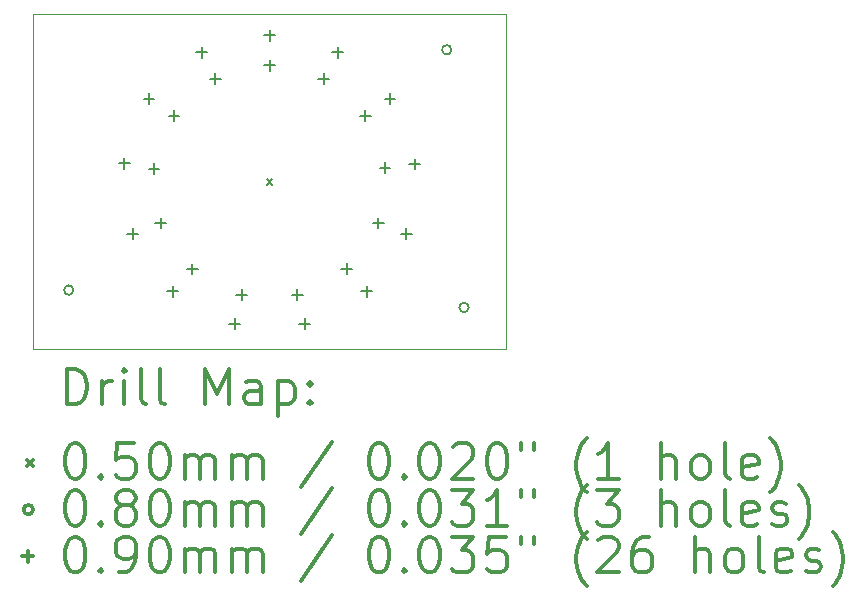
<source format=gbr>
%FSLAX45Y45*%
G04 Gerber Fmt 4.5, Leading zero omitted, Abs format (unit mm)*
G04 Created by KiCad (PCBNEW (5.1.5)-3) date 2020-05-18 23:05:06*
%MOMM*%
%LPD*%
G04 APERTURE LIST*
%TA.AperFunction,Profile*%
%ADD10C,0.050000*%
%TD*%
%ADD11C,0.200000*%
%ADD12C,0.300000*%
G04 APERTURE END LIST*
D10*
X12000000Y-8582895D02*
X8000000Y-8582895D01*
X12000000Y-8582895D02*
X12000000Y-11417110D01*
X8000000Y-11417110D02*
X12000000Y-11417110D01*
X8000000Y-8582895D02*
X8000000Y-11417110D01*
D11*
X9975000Y-9975000D02*
X10025000Y-10025000D01*
X10025000Y-9975000D02*
X9975000Y-10025000D01*
X8340000Y-10917110D02*
G75*
G03X8340000Y-10917110I-40000J0D01*
G01*
X11686447Y-11063557D02*
G75*
G03X11686447Y-11063557I-40000J0D01*
G01*
X11540000Y-8882895D02*
G75*
G03X11540000Y-8882895I-40000J0D01*
G01*
X10920547Y-10304041D02*
X10920547Y-10394041D01*
X10875547Y-10349041D02*
X10965547Y-10349041D01*
X11157993Y-10394239D02*
X11157993Y-10484239D01*
X11112993Y-10439239D02*
X11202993Y-10439239D01*
X10000000Y-8716500D02*
X10000000Y-8806500D01*
X9955000Y-8761500D02*
X10045000Y-8761500D01*
X10000000Y-8970500D02*
X10000000Y-9060500D01*
X9955000Y-9015500D02*
X10045000Y-9015500D01*
X10977320Y-9836277D02*
X10977320Y-9926277D01*
X10932320Y-9881277D02*
X11022320Y-9881277D01*
X11229480Y-9805763D02*
X11229480Y-9895763D01*
X11184480Y-9850763D02*
X11274480Y-9850763D01*
X10235491Y-10910919D02*
X10235491Y-11000919D01*
X10190491Y-10955919D02*
X10280491Y-10955919D01*
X10296509Y-11157481D02*
X10296509Y-11247481D01*
X10251509Y-11202481D02*
X10341509Y-11202481D01*
X9424425Y-8858375D02*
X9424425Y-8948375D01*
X9379425Y-8903375D02*
X9469425Y-8903375D01*
X9542495Y-9083265D02*
X9542495Y-9173265D01*
X9497495Y-9128265D02*
X9587495Y-9128265D01*
X10810212Y-9395716D02*
X10810212Y-9485716D01*
X10765212Y-9440716D02*
X10855212Y-9440716D01*
X11019288Y-9251484D02*
X11019288Y-9341484D01*
X10974288Y-9296484D02*
X11064288Y-9296484D01*
X10457505Y-9083265D02*
X10457505Y-9173265D01*
X10412505Y-9128265D02*
X10502505Y-9128265D01*
X10575575Y-8858375D02*
X10575575Y-8948375D01*
X10530575Y-8903375D02*
X10620575Y-8903375D01*
X8771491Y-9799185D02*
X8771491Y-9889185D01*
X8726491Y-9844185D02*
X8816491Y-9844185D01*
X9021709Y-9842855D02*
X9021709Y-9932855D01*
X8976709Y-9887855D02*
X9066709Y-9887855D01*
X9178787Y-10883087D02*
X9178787Y-10973087D01*
X9133787Y-10928087D02*
X9223787Y-10928087D01*
X9347093Y-10692853D02*
X9347093Y-10782853D01*
X9302093Y-10737853D02*
X9392093Y-10737853D01*
X10652907Y-10691853D02*
X10652907Y-10781853D01*
X10607907Y-10736853D02*
X10697907Y-10736853D01*
X10821213Y-10882087D02*
X10821213Y-10972087D01*
X10776213Y-10927087D02*
X10866213Y-10927087D01*
X8980712Y-9251484D02*
X8980712Y-9341484D01*
X8935712Y-9296484D02*
X9025712Y-9296484D01*
X9189788Y-9395716D02*
X9189788Y-9485716D01*
X9144788Y-9440716D02*
X9234788Y-9440716D01*
X8842007Y-10394239D02*
X8842007Y-10484239D01*
X8797007Y-10439239D02*
X8887007Y-10439239D01*
X9079453Y-10304041D02*
X9079453Y-10394041D01*
X9034453Y-10349041D02*
X9124453Y-10349041D01*
X9703706Y-11157534D02*
X9703706Y-11247534D01*
X9658706Y-11202534D02*
X9748706Y-11202534D01*
X9764294Y-10910866D02*
X9764294Y-11000866D01*
X9719294Y-10955866D02*
X9809294Y-10955866D01*
D12*
X8283928Y-11885324D02*
X8283928Y-11585324D01*
X8355357Y-11585324D01*
X8398214Y-11599610D01*
X8426786Y-11628181D01*
X8441071Y-11656753D01*
X8455357Y-11713896D01*
X8455357Y-11756753D01*
X8441071Y-11813896D01*
X8426786Y-11842467D01*
X8398214Y-11871039D01*
X8355357Y-11885324D01*
X8283928Y-11885324D01*
X8583928Y-11885324D02*
X8583928Y-11685324D01*
X8583928Y-11742467D02*
X8598214Y-11713896D01*
X8612500Y-11699610D01*
X8641071Y-11685324D01*
X8669643Y-11685324D01*
X8769643Y-11885324D02*
X8769643Y-11685324D01*
X8769643Y-11585324D02*
X8755357Y-11599610D01*
X8769643Y-11613896D01*
X8783928Y-11599610D01*
X8769643Y-11585324D01*
X8769643Y-11613896D01*
X8955357Y-11885324D02*
X8926786Y-11871039D01*
X8912500Y-11842467D01*
X8912500Y-11585324D01*
X9112500Y-11885324D02*
X9083928Y-11871039D01*
X9069643Y-11842467D01*
X9069643Y-11585324D01*
X9455357Y-11885324D02*
X9455357Y-11585324D01*
X9555357Y-11799610D01*
X9655357Y-11585324D01*
X9655357Y-11885324D01*
X9926786Y-11885324D02*
X9926786Y-11728181D01*
X9912500Y-11699610D01*
X9883928Y-11685324D01*
X9826786Y-11685324D01*
X9798214Y-11699610D01*
X9926786Y-11871039D02*
X9898214Y-11885324D01*
X9826786Y-11885324D01*
X9798214Y-11871039D01*
X9783928Y-11842467D01*
X9783928Y-11813896D01*
X9798214Y-11785324D01*
X9826786Y-11771039D01*
X9898214Y-11771039D01*
X9926786Y-11756753D01*
X10069643Y-11685324D02*
X10069643Y-11985324D01*
X10069643Y-11699610D02*
X10098214Y-11685324D01*
X10155357Y-11685324D01*
X10183928Y-11699610D01*
X10198214Y-11713896D01*
X10212500Y-11742467D01*
X10212500Y-11828181D01*
X10198214Y-11856753D01*
X10183928Y-11871039D01*
X10155357Y-11885324D01*
X10098214Y-11885324D01*
X10069643Y-11871039D01*
X10341071Y-11856753D02*
X10355357Y-11871039D01*
X10341071Y-11885324D01*
X10326786Y-11871039D01*
X10341071Y-11856753D01*
X10341071Y-11885324D01*
X10341071Y-11699610D02*
X10355357Y-11713896D01*
X10341071Y-11728181D01*
X10326786Y-11713896D01*
X10341071Y-11699610D01*
X10341071Y-11728181D01*
X7947500Y-12354610D02*
X7997500Y-12404610D01*
X7997500Y-12354610D02*
X7947500Y-12404610D01*
X8341071Y-12215324D02*
X8369643Y-12215324D01*
X8398214Y-12229610D01*
X8412500Y-12243896D01*
X8426786Y-12272467D01*
X8441071Y-12329610D01*
X8441071Y-12401039D01*
X8426786Y-12458181D01*
X8412500Y-12486753D01*
X8398214Y-12501039D01*
X8369643Y-12515324D01*
X8341071Y-12515324D01*
X8312500Y-12501039D01*
X8298214Y-12486753D01*
X8283928Y-12458181D01*
X8269643Y-12401039D01*
X8269643Y-12329610D01*
X8283928Y-12272467D01*
X8298214Y-12243896D01*
X8312500Y-12229610D01*
X8341071Y-12215324D01*
X8569643Y-12486753D02*
X8583928Y-12501039D01*
X8569643Y-12515324D01*
X8555357Y-12501039D01*
X8569643Y-12486753D01*
X8569643Y-12515324D01*
X8855357Y-12215324D02*
X8712500Y-12215324D01*
X8698214Y-12358181D01*
X8712500Y-12343896D01*
X8741071Y-12329610D01*
X8812500Y-12329610D01*
X8841071Y-12343896D01*
X8855357Y-12358181D01*
X8869643Y-12386753D01*
X8869643Y-12458181D01*
X8855357Y-12486753D01*
X8841071Y-12501039D01*
X8812500Y-12515324D01*
X8741071Y-12515324D01*
X8712500Y-12501039D01*
X8698214Y-12486753D01*
X9055357Y-12215324D02*
X9083928Y-12215324D01*
X9112500Y-12229610D01*
X9126786Y-12243896D01*
X9141071Y-12272467D01*
X9155357Y-12329610D01*
X9155357Y-12401039D01*
X9141071Y-12458181D01*
X9126786Y-12486753D01*
X9112500Y-12501039D01*
X9083928Y-12515324D01*
X9055357Y-12515324D01*
X9026786Y-12501039D01*
X9012500Y-12486753D01*
X8998214Y-12458181D01*
X8983928Y-12401039D01*
X8983928Y-12329610D01*
X8998214Y-12272467D01*
X9012500Y-12243896D01*
X9026786Y-12229610D01*
X9055357Y-12215324D01*
X9283928Y-12515324D02*
X9283928Y-12315324D01*
X9283928Y-12343896D02*
X9298214Y-12329610D01*
X9326786Y-12315324D01*
X9369643Y-12315324D01*
X9398214Y-12329610D01*
X9412500Y-12358181D01*
X9412500Y-12515324D01*
X9412500Y-12358181D02*
X9426786Y-12329610D01*
X9455357Y-12315324D01*
X9498214Y-12315324D01*
X9526786Y-12329610D01*
X9541071Y-12358181D01*
X9541071Y-12515324D01*
X9683928Y-12515324D02*
X9683928Y-12315324D01*
X9683928Y-12343896D02*
X9698214Y-12329610D01*
X9726786Y-12315324D01*
X9769643Y-12315324D01*
X9798214Y-12329610D01*
X9812500Y-12358181D01*
X9812500Y-12515324D01*
X9812500Y-12358181D02*
X9826786Y-12329610D01*
X9855357Y-12315324D01*
X9898214Y-12315324D01*
X9926786Y-12329610D01*
X9941071Y-12358181D01*
X9941071Y-12515324D01*
X10526786Y-12201039D02*
X10269643Y-12586753D01*
X10912500Y-12215324D02*
X10941071Y-12215324D01*
X10969643Y-12229610D01*
X10983928Y-12243896D01*
X10998214Y-12272467D01*
X11012500Y-12329610D01*
X11012500Y-12401039D01*
X10998214Y-12458181D01*
X10983928Y-12486753D01*
X10969643Y-12501039D01*
X10941071Y-12515324D01*
X10912500Y-12515324D01*
X10883928Y-12501039D01*
X10869643Y-12486753D01*
X10855357Y-12458181D01*
X10841071Y-12401039D01*
X10841071Y-12329610D01*
X10855357Y-12272467D01*
X10869643Y-12243896D01*
X10883928Y-12229610D01*
X10912500Y-12215324D01*
X11141071Y-12486753D02*
X11155357Y-12501039D01*
X11141071Y-12515324D01*
X11126786Y-12501039D01*
X11141071Y-12486753D01*
X11141071Y-12515324D01*
X11341071Y-12215324D02*
X11369643Y-12215324D01*
X11398214Y-12229610D01*
X11412500Y-12243896D01*
X11426786Y-12272467D01*
X11441071Y-12329610D01*
X11441071Y-12401039D01*
X11426786Y-12458181D01*
X11412500Y-12486753D01*
X11398214Y-12501039D01*
X11369643Y-12515324D01*
X11341071Y-12515324D01*
X11312500Y-12501039D01*
X11298214Y-12486753D01*
X11283928Y-12458181D01*
X11269643Y-12401039D01*
X11269643Y-12329610D01*
X11283928Y-12272467D01*
X11298214Y-12243896D01*
X11312500Y-12229610D01*
X11341071Y-12215324D01*
X11555357Y-12243896D02*
X11569643Y-12229610D01*
X11598214Y-12215324D01*
X11669643Y-12215324D01*
X11698214Y-12229610D01*
X11712500Y-12243896D01*
X11726786Y-12272467D01*
X11726786Y-12301039D01*
X11712500Y-12343896D01*
X11541071Y-12515324D01*
X11726786Y-12515324D01*
X11912500Y-12215324D02*
X11941071Y-12215324D01*
X11969643Y-12229610D01*
X11983928Y-12243896D01*
X11998214Y-12272467D01*
X12012500Y-12329610D01*
X12012500Y-12401039D01*
X11998214Y-12458181D01*
X11983928Y-12486753D01*
X11969643Y-12501039D01*
X11941071Y-12515324D01*
X11912500Y-12515324D01*
X11883928Y-12501039D01*
X11869643Y-12486753D01*
X11855357Y-12458181D01*
X11841071Y-12401039D01*
X11841071Y-12329610D01*
X11855357Y-12272467D01*
X11869643Y-12243896D01*
X11883928Y-12229610D01*
X11912500Y-12215324D01*
X12126786Y-12215324D02*
X12126786Y-12272467D01*
X12241071Y-12215324D02*
X12241071Y-12272467D01*
X12683928Y-12629610D02*
X12669643Y-12615324D01*
X12641071Y-12572467D01*
X12626786Y-12543896D01*
X12612500Y-12501039D01*
X12598214Y-12429610D01*
X12598214Y-12372467D01*
X12612500Y-12301039D01*
X12626786Y-12258181D01*
X12641071Y-12229610D01*
X12669643Y-12186753D01*
X12683928Y-12172467D01*
X12955357Y-12515324D02*
X12783928Y-12515324D01*
X12869643Y-12515324D02*
X12869643Y-12215324D01*
X12841071Y-12258181D01*
X12812500Y-12286753D01*
X12783928Y-12301039D01*
X13312500Y-12515324D02*
X13312500Y-12215324D01*
X13441071Y-12515324D02*
X13441071Y-12358181D01*
X13426786Y-12329610D01*
X13398214Y-12315324D01*
X13355357Y-12315324D01*
X13326786Y-12329610D01*
X13312500Y-12343896D01*
X13626786Y-12515324D02*
X13598214Y-12501039D01*
X13583928Y-12486753D01*
X13569643Y-12458181D01*
X13569643Y-12372467D01*
X13583928Y-12343896D01*
X13598214Y-12329610D01*
X13626786Y-12315324D01*
X13669643Y-12315324D01*
X13698214Y-12329610D01*
X13712500Y-12343896D01*
X13726786Y-12372467D01*
X13726786Y-12458181D01*
X13712500Y-12486753D01*
X13698214Y-12501039D01*
X13669643Y-12515324D01*
X13626786Y-12515324D01*
X13898214Y-12515324D02*
X13869643Y-12501039D01*
X13855357Y-12472467D01*
X13855357Y-12215324D01*
X14126786Y-12501039D02*
X14098214Y-12515324D01*
X14041071Y-12515324D01*
X14012500Y-12501039D01*
X13998214Y-12472467D01*
X13998214Y-12358181D01*
X14012500Y-12329610D01*
X14041071Y-12315324D01*
X14098214Y-12315324D01*
X14126786Y-12329610D01*
X14141071Y-12358181D01*
X14141071Y-12386753D01*
X13998214Y-12415324D01*
X14241071Y-12629610D02*
X14255357Y-12615324D01*
X14283928Y-12572467D01*
X14298214Y-12543896D01*
X14312500Y-12501039D01*
X14326786Y-12429610D01*
X14326786Y-12372467D01*
X14312500Y-12301039D01*
X14298214Y-12258181D01*
X14283928Y-12229610D01*
X14255357Y-12186753D01*
X14241071Y-12172467D01*
X7997500Y-12775610D02*
G75*
G03X7997500Y-12775610I-40000J0D01*
G01*
X8341071Y-12611324D02*
X8369643Y-12611324D01*
X8398214Y-12625610D01*
X8412500Y-12639896D01*
X8426786Y-12668467D01*
X8441071Y-12725610D01*
X8441071Y-12797039D01*
X8426786Y-12854181D01*
X8412500Y-12882753D01*
X8398214Y-12897039D01*
X8369643Y-12911324D01*
X8341071Y-12911324D01*
X8312500Y-12897039D01*
X8298214Y-12882753D01*
X8283928Y-12854181D01*
X8269643Y-12797039D01*
X8269643Y-12725610D01*
X8283928Y-12668467D01*
X8298214Y-12639896D01*
X8312500Y-12625610D01*
X8341071Y-12611324D01*
X8569643Y-12882753D02*
X8583928Y-12897039D01*
X8569643Y-12911324D01*
X8555357Y-12897039D01*
X8569643Y-12882753D01*
X8569643Y-12911324D01*
X8755357Y-12739896D02*
X8726786Y-12725610D01*
X8712500Y-12711324D01*
X8698214Y-12682753D01*
X8698214Y-12668467D01*
X8712500Y-12639896D01*
X8726786Y-12625610D01*
X8755357Y-12611324D01*
X8812500Y-12611324D01*
X8841071Y-12625610D01*
X8855357Y-12639896D01*
X8869643Y-12668467D01*
X8869643Y-12682753D01*
X8855357Y-12711324D01*
X8841071Y-12725610D01*
X8812500Y-12739896D01*
X8755357Y-12739896D01*
X8726786Y-12754181D01*
X8712500Y-12768467D01*
X8698214Y-12797039D01*
X8698214Y-12854181D01*
X8712500Y-12882753D01*
X8726786Y-12897039D01*
X8755357Y-12911324D01*
X8812500Y-12911324D01*
X8841071Y-12897039D01*
X8855357Y-12882753D01*
X8869643Y-12854181D01*
X8869643Y-12797039D01*
X8855357Y-12768467D01*
X8841071Y-12754181D01*
X8812500Y-12739896D01*
X9055357Y-12611324D02*
X9083928Y-12611324D01*
X9112500Y-12625610D01*
X9126786Y-12639896D01*
X9141071Y-12668467D01*
X9155357Y-12725610D01*
X9155357Y-12797039D01*
X9141071Y-12854181D01*
X9126786Y-12882753D01*
X9112500Y-12897039D01*
X9083928Y-12911324D01*
X9055357Y-12911324D01*
X9026786Y-12897039D01*
X9012500Y-12882753D01*
X8998214Y-12854181D01*
X8983928Y-12797039D01*
X8983928Y-12725610D01*
X8998214Y-12668467D01*
X9012500Y-12639896D01*
X9026786Y-12625610D01*
X9055357Y-12611324D01*
X9283928Y-12911324D02*
X9283928Y-12711324D01*
X9283928Y-12739896D02*
X9298214Y-12725610D01*
X9326786Y-12711324D01*
X9369643Y-12711324D01*
X9398214Y-12725610D01*
X9412500Y-12754181D01*
X9412500Y-12911324D01*
X9412500Y-12754181D02*
X9426786Y-12725610D01*
X9455357Y-12711324D01*
X9498214Y-12711324D01*
X9526786Y-12725610D01*
X9541071Y-12754181D01*
X9541071Y-12911324D01*
X9683928Y-12911324D02*
X9683928Y-12711324D01*
X9683928Y-12739896D02*
X9698214Y-12725610D01*
X9726786Y-12711324D01*
X9769643Y-12711324D01*
X9798214Y-12725610D01*
X9812500Y-12754181D01*
X9812500Y-12911324D01*
X9812500Y-12754181D02*
X9826786Y-12725610D01*
X9855357Y-12711324D01*
X9898214Y-12711324D01*
X9926786Y-12725610D01*
X9941071Y-12754181D01*
X9941071Y-12911324D01*
X10526786Y-12597039D02*
X10269643Y-12982753D01*
X10912500Y-12611324D02*
X10941071Y-12611324D01*
X10969643Y-12625610D01*
X10983928Y-12639896D01*
X10998214Y-12668467D01*
X11012500Y-12725610D01*
X11012500Y-12797039D01*
X10998214Y-12854181D01*
X10983928Y-12882753D01*
X10969643Y-12897039D01*
X10941071Y-12911324D01*
X10912500Y-12911324D01*
X10883928Y-12897039D01*
X10869643Y-12882753D01*
X10855357Y-12854181D01*
X10841071Y-12797039D01*
X10841071Y-12725610D01*
X10855357Y-12668467D01*
X10869643Y-12639896D01*
X10883928Y-12625610D01*
X10912500Y-12611324D01*
X11141071Y-12882753D02*
X11155357Y-12897039D01*
X11141071Y-12911324D01*
X11126786Y-12897039D01*
X11141071Y-12882753D01*
X11141071Y-12911324D01*
X11341071Y-12611324D02*
X11369643Y-12611324D01*
X11398214Y-12625610D01*
X11412500Y-12639896D01*
X11426786Y-12668467D01*
X11441071Y-12725610D01*
X11441071Y-12797039D01*
X11426786Y-12854181D01*
X11412500Y-12882753D01*
X11398214Y-12897039D01*
X11369643Y-12911324D01*
X11341071Y-12911324D01*
X11312500Y-12897039D01*
X11298214Y-12882753D01*
X11283928Y-12854181D01*
X11269643Y-12797039D01*
X11269643Y-12725610D01*
X11283928Y-12668467D01*
X11298214Y-12639896D01*
X11312500Y-12625610D01*
X11341071Y-12611324D01*
X11541071Y-12611324D02*
X11726786Y-12611324D01*
X11626786Y-12725610D01*
X11669643Y-12725610D01*
X11698214Y-12739896D01*
X11712500Y-12754181D01*
X11726786Y-12782753D01*
X11726786Y-12854181D01*
X11712500Y-12882753D01*
X11698214Y-12897039D01*
X11669643Y-12911324D01*
X11583928Y-12911324D01*
X11555357Y-12897039D01*
X11541071Y-12882753D01*
X12012500Y-12911324D02*
X11841071Y-12911324D01*
X11926786Y-12911324D02*
X11926786Y-12611324D01*
X11898214Y-12654181D01*
X11869643Y-12682753D01*
X11841071Y-12697039D01*
X12126786Y-12611324D02*
X12126786Y-12668467D01*
X12241071Y-12611324D02*
X12241071Y-12668467D01*
X12683928Y-13025610D02*
X12669643Y-13011324D01*
X12641071Y-12968467D01*
X12626786Y-12939896D01*
X12612500Y-12897039D01*
X12598214Y-12825610D01*
X12598214Y-12768467D01*
X12612500Y-12697039D01*
X12626786Y-12654181D01*
X12641071Y-12625610D01*
X12669643Y-12582753D01*
X12683928Y-12568467D01*
X12769643Y-12611324D02*
X12955357Y-12611324D01*
X12855357Y-12725610D01*
X12898214Y-12725610D01*
X12926786Y-12739896D01*
X12941071Y-12754181D01*
X12955357Y-12782753D01*
X12955357Y-12854181D01*
X12941071Y-12882753D01*
X12926786Y-12897039D01*
X12898214Y-12911324D01*
X12812500Y-12911324D01*
X12783928Y-12897039D01*
X12769643Y-12882753D01*
X13312500Y-12911324D02*
X13312500Y-12611324D01*
X13441071Y-12911324D02*
X13441071Y-12754181D01*
X13426786Y-12725610D01*
X13398214Y-12711324D01*
X13355357Y-12711324D01*
X13326786Y-12725610D01*
X13312500Y-12739896D01*
X13626786Y-12911324D02*
X13598214Y-12897039D01*
X13583928Y-12882753D01*
X13569643Y-12854181D01*
X13569643Y-12768467D01*
X13583928Y-12739896D01*
X13598214Y-12725610D01*
X13626786Y-12711324D01*
X13669643Y-12711324D01*
X13698214Y-12725610D01*
X13712500Y-12739896D01*
X13726786Y-12768467D01*
X13726786Y-12854181D01*
X13712500Y-12882753D01*
X13698214Y-12897039D01*
X13669643Y-12911324D01*
X13626786Y-12911324D01*
X13898214Y-12911324D02*
X13869643Y-12897039D01*
X13855357Y-12868467D01*
X13855357Y-12611324D01*
X14126786Y-12897039D02*
X14098214Y-12911324D01*
X14041071Y-12911324D01*
X14012500Y-12897039D01*
X13998214Y-12868467D01*
X13998214Y-12754181D01*
X14012500Y-12725610D01*
X14041071Y-12711324D01*
X14098214Y-12711324D01*
X14126786Y-12725610D01*
X14141071Y-12754181D01*
X14141071Y-12782753D01*
X13998214Y-12811324D01*
X14255357Y-12897039D02*
X14283928Y-12911324D01*
X14341071Y-12911324D01*
X14369643Y-12897039D01*
X14383928Y-12868467D01*
X14383928Y-12854181D01*
X14369643Y-12825610D01*
X14341071Y-12811324D01*
X14298214Y-12811324D01*
X14269643Y-12797039D01*
X14255357Y-12768467D01*
X14255357Y-12754181D01*
X14269643Y-12725610D01*
X14298214Y-12711324D01*
X14341071Y-12711324D01*
X14369643Y-12725610D01*
X14483928Y-13025610D02*
X14498214Y-13011324D01*
X14526786Y-12968467D01*
X14541071Y-12939896D01*
X14555357Y-12897039D01*
X14569643Y-12825610D01*
X14569643Y-12768467D01*
X14555357Y-12697039D01*
X14541071Y-12654181D01*
X14526786Y-12625610D01*
X14498214Y-12582753D01*
X14483928Y-12568467D01*
X7952500Y-13126610D02*
X7952500Y-13216610D01*
X7907500Y-13171610D02*
X7997500Y-13171610D01*
X8341071Y-13007324D02*
X8369643Y-13007324D01*
X8398214Y-13021610D01*
X8412500Y-13035896D01*
X8426786Y-13064467D01*
X8441071Y-13121610D01*
X8441071Y-13193039D01*
X8426786Y-13250181D01*
X8412500Y-13278753D01*
X8398214Y-13293039D01*
X8369643Y-13307324D01*
X8341071Y-13307324D01*
X8312500Y-13293039D01*
X8298214Y-13278753D01*
X8283928Y-13250181D01*
X8269643Y-13193039D01*
X8269643Y-13121610D01*
X8283928Y-13064467D01*
X8298214Y-13035896D01*
X8312500Y-13021610D01*
X8341071Y-13007324D01*
X8569643Y-13278753D02*
X8583928Y-13293039D01*
X8569643Y-13307324D01*
X8555357Y-13293039D01*
X8569643Y-13278753D01*
X8569643Y-13307324D01*
X8726786Y-13307324D02*
X8783928Y-13307324D01*
X8812500Y-13293039D01*
X8826786Y-13278753D01*
X8855357Y-13235896D01*
X8869643Y-13178753D01*
X8869643Y-13064467D01*
X8855357Y-13035896D01*
X8841071Y-13021610D01*
X8812500Y-13007324D01*
X8755357Y-13007324D01*
X8726786Y-13021610D01*
X8712500Y-13035896D01*
X8698214Y-13064467D01*
X8698214Y-13135896D01*
X8712500Y-13164467D01*
X8726786Y-13178753D01*
X8755357Y-13193039D01*
X8812500Y-13193039D01*
X8841071Y-13178753D01*
X8855357Y-13164467D01*
X8869643Y-13135896D01*
X9055357Y-13007324D02*
X9083928Y-13007324D01*
X9112500Y-13021610D01*
X9126786Y-13035896D01*
X9141071Y-13064467D01*
X9155357Y-13121610D01*
X9155357Y-13193039D01*
X9141071Y-13250181D01*
X9126786Y-13278753D01*
X9112500Y-13293039D01*
X9083928Y-13307324D01*
X9055357Y-13307324D01*
X9026786Y-13293039D01*
X9012500Y-13278753D01*
X8998214Y-13250181D01*
X8983928Y-13193039D01*
X8983928Y-13121610D01*
X8998214Y-13064467D01*
X9012500Y-13035896D01*
X9026786Y-13021610D01*
X9055357Y-13007324D01*
X9283928Y-13307324D02*
X9283928Y-13107324D01*
X9283928Y-13135896D02*
X9298214Y-13121610D01*
X9326786Y-13107324D01*
X9369643Y-13107324D01*
X9398214Y-13121610D01*
X9412500Y-13150181D01*
X9412500Y-13307324D01*
X9412500Y-13150181D02*
X9426786Y-13121610D01*
X9455357Y-13107324D01*
X9498214Y-13107324D01*
X9526786Y-13121610D01*
X9541071Y-13150181D01*
X9541071Y-13307324D01*
X9683928Y-13307324D02*
X9683928Y-13107324D01*
X9683928Y-13135896D02*
X9698214Y-13121610D01*
X9726786Y-13107324D01*
X9769643Y-13107324D01*
X9798214Y-13121610D01*
X9812500Y-13150181D01*
X9812500Y-13307324D01*
X9812500Y-13150181D02*
X9826786Y-13121610D01*
X9855357Y-13107324D01*
X9898214Y-13107324D01*
X9926786Y-13121610D01*
X9941071Y-13150181D01*
X9941071Y-13307324D01*
X10526786Y-12993039D02*
X10269643Y-13378753D01*
X10912500Y-13007324D02*
X10941071Y-13007324D01*
X10969643Y-13021610D01*
X10983928Y-13035896D01*
X10998214Y-13064467D01*
X11012500Y-13121610D01*
X11012500Y-13193039D01*
X10998214Y-13250181D01*
X10983928Y-13278753D01*
X10969643Y-13293039D01*
X10941071Y-13307324D01*
X10912500Y-13307324D01*
X10883928Y-13293039D01*
X10869643Y-13278753D01*
X10855357Y-13250181D01*
X10841071Y-13193039D01*
X10841071Y-13121610D01*
X10855357Y-13064467D01*
X10869643Y-13035896D01*
X10883928Y-13021610D01*
X10912500Y-13007324D01*
X11141071Y-13278753D02*
X11155357Y-13293039D01*
X11141071Y-13307324D01*
X11126786Y-13293039D01*
X11141071Y-13278753D01*
X11141071Y-13307324D01*
X11341071Y-13007324D02*
X11369643Y-13007324D01*
X11398214Y-13021610D01*
X11412500Y-13035896D01*
X11426786Y-13064467D01*
X11441071Y-13121610D01*
X11441071Y-13193039D01*
X11426786Y-13250181D01*
X11412500Y-13278753D01*
X11398214Y-13293039D01*
X11369643Y-13307324D01*
X11341071Y-13307324D01*
X11312500Y-13293039D01*
X11298214Y-13278753D01*
X11283928Y-13250181D01*
X11269643Y-13193039D01*
X11269643Y-13121610D01*
X11283928Y-13064467D01*
X11298214Y-13035896D01*
X11312500Y-13021610D01*
X11341071Y-13007324D01*
X11541071Y-13007324D02*
X11726786Y-13007324D01*
X11626786Y-13121610D01*
X11669643Y-13121610D01*
X11698214Y-13135896D01*
X11712500Y-13150181D01*
X11726786Y-13178753D01*
X11726786Y-13250181D01*
X11712500Y-13278753D01*
X11698214Y-13293039D01*
X11669643Y-13307324D01*
X11583928Y-13307324D01*
X11555357Y-13293039D01*
X11541071Y-13278753D01*
X11998214Y-13007324D02*
X11855357Y-13007324D01*
X11841071Y-13150181D01*
X11855357Y-13135896D01*
X11883928Y-13121610D01*
X11955357Y-13121610D01*
X11983928Y-13135896D01*
X11998214Y-13150181D01*
X12012500Y-13178753D01*
X12012500Y-13250181D01*
X11998214Y-13278753D01*
X11983928Y-13293039D01*
X11955357Y-13307324D01*
X11883928Y-13307324D01*
X11855357Y-13293039D01*
X11841071Y-13278753D01*
X12126786Y-13007324D02*
X12126786Y-13064467D01*
X12241071Y-13007324D02*
X12241071Y-13064467D01*
X12683928Y-13421610D02*
X12669643Y-13407324D01*
X12641071Y-13364467D01*
X12626786Y-13335896D01*
X12612500Y-13293039D01*
X12598214Y-13221610D01*
X12598214Y-13164467D01*
X12612500Y-13093039D01*
X12626786Y-13050181D01*
X12641071Y-13021610D01*
X12669643Y-12978753D01*
X12683928Y-12964467D01*
X12783928Y-13035896D02*
X12798214Y-13021610D01*
X12826786Y-13007324D01*
X12898214Y-13007324D01*
X12926786Y-13021610D01*
X12941071Y-13035896D01*
X12955357Y-13064467D01*
X12955357Y-13093039D01*
X12941071Y-13135896D01*
X12769643Y-13307324D01*
X12955357Y-13307324D01*
X13212500Y-13007324D02*
X13155357Y-13007324D01*
X13126786Y-13021610D01*
X13112500Y-13035896D01*
X13083928Y-13078753D01*
X13069643Y-13135896D01*
X13069643Y-13250181D01*
X13083928Y-13278753D01*
X13098214Y-13293039D01*
X13126786Y-13307324D01*
X13183928Y-13307324D01*
X13212500Y-13293039D01*
X13226786Y-13278753D01*
X13241071Y-13250181D01*
X13241071Y-13178753D01*
X13226786Y-13150181D01*
X13212500Y-13135896D01*
X13183928Y-13121610D01*
X13126786Y-13121610D01*
X13098214Y-13135896D01*
X13083928Y-13150181D01*
X13069643Y-13178753D01*
X13598214Y-13307324D02*
X13598214Y-13007324D01*
X13726786Y-13307324D02*
X13726786Y-13150181D01*
X13712500Y-13121610D01*
X13683928Y-13107324D01*
X13641071Y-13107324D01*
X13612500Y-13121610D01*
X13598214Y-13135896D01*
X13912500Y-13307324D02*
X13883928Y-13293039D01*
X13869643Y-13278753D01*
X13855357Y-13250181D01*
X13855357Y-13164467D01*
X13869643Y-13135896D01*
X13883928Y-13121610D01*
X13912500Y-13107324D01*
X13955357Y-13107324D01*
X13983928Y-13121610D01*
X13998214Y-13135896D01*
X14012500Y-13164467D01*
X14012500Y-13250181D01*
X13998214Y-13278753D01*
X13983928Y-13293039D01*
X13955357Y-13307324D01*
X13912500Y-13307324D01*
X14183928Y-13307324D02*
X14155357Y-13293039D01*
X14141071Y-13264467D01*
X14141071Y-13007324D01*
X14412500Y-13293039D02*
X14383928Y-13307324D01*
X14326786Y-13307324D01*
X14298214Y-13293039D01*
X14283928Y-13264467D01*
X14283928Y-13150181D01*
X14298214Y-13121610D01*
X14326786Y-13107324D01*
X14383928Y-13107324D01*
X14412500Y-13121610D01*
X14426786Y-13150181D01*
X14426786Y-13178753D01*
X14283928Y-13207324D01*
X14541071Y-13293039D02*
X14569643Y-13307324D01*
X14626786Y-13307324D01*
X14655357Y-13293039D01*
X14669643Y-13264467D01*
X14669643Y-13250181D01*
X14655357Y-13221610D01*
X14626786Y-13207324D01*
X14583928Y-13207324D01*
X14555357Y-13193039D01*
X14541071Y-13164467D01*
X14541071Y-13150181D01*
X14555357Y-13121610D01*
X14583928Y-13107324D01*
X14626786Y-13107324D01*
X14655357Y-13121610D01*
X14769643Y-13421610D02*
X14783928Y-13407324D01*
X14812500Y-13364467D01*
X14826786Y-13335896D01*
X14841071Y-13293039D01*
X14855357Y-13221610D01*
X14855357Y-13164467D01*
X14841071Y-13093039D01*
X14826786Y-13050181D01*
X14812500Y-13021610D01*
X14783928Y-12978753D01*
X14769643Y-12964467D01*
M02*

</source>
